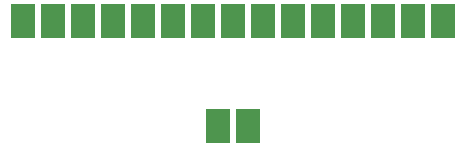
<source format=gtp>
G04 #@! TF.GenerationSoftware,KiCad,Pcbnew,(5.1.10)-1*
G04 #@! TF.CreationDate,2022-05-03T00:12:14-07:00*
G04 #@! TF.ProjectId,DUBloon,4455426c-6f6f-46e2-9e6b-696361645f70,rev?*
G04 #@! TF.SameCoordinates,Original*
G04 #@! TF.FileFunction,Paste,Top*
G04 #@! TF.FilePolarity,Positive*
%FSLAX46Y46*%
G04 Gerber Fmt 4.6, Leading zero omitted, Abs format (unit mm)*
G04 Created by KiCad (PCBNEW (5.1.10)-1) date 2022-05-03 00:12:14*
%MOMM*%
%LPD*%
G01*
G04 APERTURE LIST*
%ADD10R,2.000000X3.000000*%
G04 APERTURE END LIST*
D10*
X153670000Y-83820000D03*
X151130000Y-83820000D03*
X134620000Y-74930000D03*
X137160000Y-74930000D03*
X139700000Y-74930000D03*
X142240000Y-74930000D03*
X144780000Y-74930000D03*
X147320000Y-74930000D03*
X149860000Y-74930000D03*
X152400000Y-74930000D03*
X154940000Y-74930000D03*
X157480000Y-74930000D03*
X160020000Y-74930000D03*
X162560000Y-74930000D03*
X165100000Y-74930000D03*
X167640000Y-74930000D03*
X170180000Y-74930000D03*
M02*

</source>
